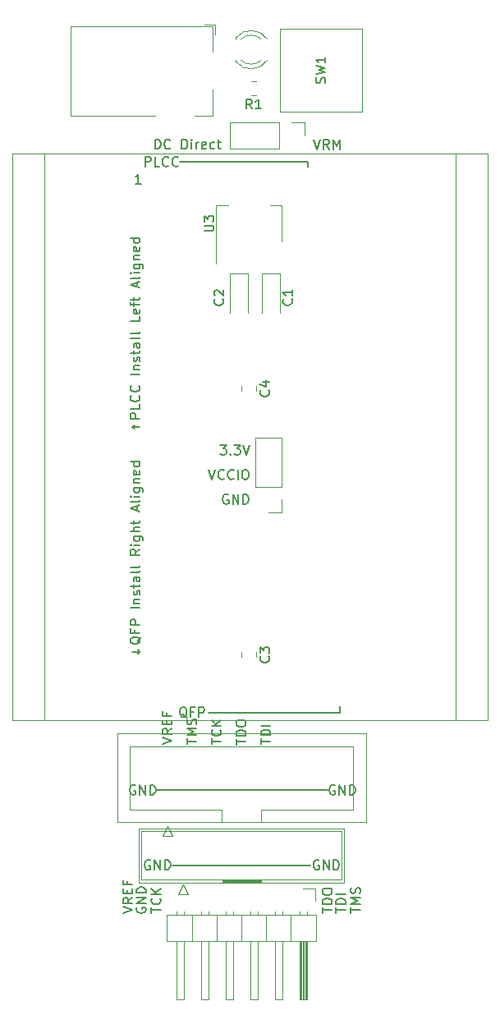
<source format=gbr>
%TF.GenerationSoftware,KiCad,Pcbnew,(6.0.8)*%
%TF.CreationDate,2023-01-14T12:08:14-06:00*%
%TF.ProjectId,xilinix-programming-adapter,78696c69-6e69-4782-9d70-726f6772616d,rev?*%
%TF.SameCoordinates,Original*%
%TF.FileFunction,Legend,Top*%
%TF.FilePolarity,Positive*%
%FSLAX46Y46*%
G04 Gerber Fmt 4.6, Leading zero omitted, Abs format (unit mm)*
G04 Created by KiCad (PCBNEW (6.0.8)) date 2023-01-14 12:08:14*
%MOMM*%
%LPD*%
G01*
G04 APERTURE LIST*
%ADD10C,0.150000*%
%ADD11C,0.200000*%
%ADD12C,0.120000*%
G04 APERTURE END LIST*
D10*
X128397000Y-134620000D02*
X146050000Y-134620000D01*
X133731000Y-126619000D02*
X147320000Y-126619000D01*
X147320000Y-126619000D02*
X147320000Y-125984000D01*
X144018000Y-69850000D02*
X144018000Y-70358000D01*
X130048000Y-142367000D02*
X144272000Y-142367000D01*
X130810000Y-69850000D02*
X144018000Y-69850000D01*
D11*
X127238333Y-70302380D02*
X127238333Y-69302380D01*
X127619285Y-69302380D01*
X127714523Y-69350000D01*
X127762142Y-69397619D01*
X127809761Y-69492857D01*
X127809761Y-69635714D01*
X127762142Y-69730952D01*
X127714523Y-69778571D01*
X127619285Y-69826190D01*
X127238333Y-69826190D01*
X128714523Y-70302380D02*
X128238333Y-70302380D01*
X128238333Y-69302380D01*
X129619285Y-70207142D02*
X129571666Y-70254761D01*
X129428809Y-70302380D01*
X129333571Y-70302380D01*
X129190714Y-70254761D01*
X129095476Y-70159523D01*
X129047857Y-70064285D01*
X129000238Y-69873809D01*
X129000238Y-69730952D01*
X129047857Y-69540476D01*
X129095476Y-69445238D01*
X129190714Y-69350000D01*
X129333571Y-69302380D01*
X129428809Y-69302380D01*
X129571666Y-69350000D01*
X129619285Y-69397619D01*
X130619285Y-70207142D02*
X130571666Y-70254761D01*
X130428809Y-70302380D01*
X130333571Y-70302380D01*
X130190714Y-70254761D01*
X130095476Y-70159523D01*
X130047857Y-70064285D01*
X130000238Y-69873809D01*
X130000238Y-69730952D01*
X130047857Y-69540476D01*
X130095476Y-69445238D01*
X130190714Y-69350000D01*
X130333571Y-69302380D01*
X130428809Y-69302380D01*
X130571666Y-69350000D01*
X130619285Y-69397619D01*
D10*
X136612380Y-129907261D02*
X136612380Y-129335833D01*
X137612380Y-129621547D02*
X136612380Y-129621547D01*
X137612380Y-129002500D02*
X136612380Y-129002500D01*
X136612380Y-128764404D01*
X136660000Y-128621547D01*
X136755238Y-128526309D01*
X136850476Y-128478690D01*
X137040952Y-128431071D01*
X137183809Y-128431071D01*
X137374285Y-128478690D01*
X137469523Y-128526309D01*
X137564761Y-128621547D01*
X137612380Y-128764404D01*
X137612380Y-129002500D01*
X136612380Y-127812023D02*
X136612380Y-127621547D01*
X136660000Y-127526309D01*
X136755238Y-127431071D01*
X136945714Y-127383452D01*
X137279047Y-127383452D01*
X137469523Y-127431071D01*
X137564761Y-127526309D01*
X137612380Y-127621547D01*
X137612380Y-127812023D01*
X137564761Y-127907261D01*
X137469523Y-128002500D01*
X137279047Y-128050119D01*
X136945714Y-128050119D01*
X136755238Y-128002500D01*
X136660000Y-127907261D01*
X136612380Y-127812023D01*
X145131404Y-141867000D02*
X145036166Y-141819380D01*
X144893309Y-141819380D01*
X144750452Y-141867000D01*
X144655214Y-141962238D01*
X144607595Y-142057476D01*
X144559976Y-142247952D01*
X144559976Y-142390809D01*
X144607595Y-142581285D01*
X144655214Y-142676523D01*
X144750452Y-142771761D01*
X144893309Y-142819380D01*
X144988547Y-142819380D01*
X145131404Y-142771761D01*
X145179023Y-142724142D01*
X145179023Y-142390809D01*
X144988547Y-142390809D01*
X145607595Y-142819380D02*
X145607595Y-141819380D01*
X146179023Y-142819380D01*
X146179023Y-141819380D01*
X146655214Y-142819380D02*
X146655214Y-141819380D01*
X146893309Y-141819380D01*
X147036166Y-141867000D01*
X147131404Y-141962238D01*
X147179023Y-142057476D01*
X147226642Y-142247952D01*
X147226642Y-142390809D01*
X147179023Y-142581285D01*
X147131404Y-142676523D01*
X147036166Y-142771761D01*
X146893309Y-142819380D01*
X146655214Y-142819380D01*
X134983261Y-99020380D02*
X135602309Y-99020380D01*
X135268976Y-99401333D01*
X135411833Y-99401333D01*
X135507071Y-99448952D01*
X135554690Y-99496571D01*
X135602309Y-99591809D01*
X135602309Y-99829904D01*
X135554690Y-99925142D01*
X135507071Y-99972761D01*
X135411833Y-100020380D01*
X135126119Y-100020380D01*
X135030880Y-99972761D01*
X134983261Y-99925142D01*
X136030880Y-99925142D02*
X136078500Y-99972761D01*
X136030880Y-100020380D01*
X135983261Y-99972761D01*
X136030880Y-99925142D01*
X136030880Y-100020380D01*
X136411833Y-99020380D02*
X137030880Y-99020380D01*
X136697547Y-99401333D01*
X136840404Y-99401333D01*
X136935642Y-99448952D01*
X136983261Y-99496571D01*
X137030880Y-99591809D01*
X137030880Y-99829904D01*
X136983261Y-99925142D01*
X136935642Y-99972761D01*
X136840404Y-100020380D01*
X136554690Y-100020380D01*
X136459452Y-99972761D01*
X136411833Y-99925142D01*
X137316595Y-99020380D02*
X137649928Y-100020380D01*
X137983261Y-99020380D01*
X124928380Y-147254261D02*
X125928380Y-146920928D01*
X124928380Y-146587595D01*
X125928380Y-145682833D02*
X125452190Y-146016166D01*
X125928380Y-146254261D02*
X124928380Y-146254261D01*
X124928380Y-145873309D01*
X124976000Y-145778071D01*
X125023619Y-145730452D01*
X125118857Y-145682833D01*
X125261714Y-145682833D01*
X125356952Y-145730452D01*
X125404571Y-145778071D01*
X125452190Y-145873309D01*
X125452190Y-146254261D01*
X125404571Y-145254261D02*
X125404571Y-144920928D01*
X125928380Y-144778071D02*
X125928380Y-145254261D01*
X124928380Y-145254261D01*
X124928380Y-144778071D01*
X125404571Y-144016166D02*
X125404571Y-144349500D01*
X125928380Y-144349500D02*
X124928380Y-144349500D01*
X124928380Y-143873309D01*
X139152380Y-129855261D02*
X139152380Y-129283833D01*
X140152380Y-129569547D02*
X139152380Y-129569547D01*
X140152380Y-128950500D02*
X139152380Y-128950500D01*
X139152380Y-128712404D01*
X139200000Y-128569547D01*
X139295238Y-128474309D01*
X139390476Y-128426690D01*
X139580952Y-128379071D01*
X139723809Y-128379071D01*
X139914285Y-128426690D01*
X140009523Y-128474309D01*
X140104761Y-128569547D01*
X140152380Y-128712404D01*
X140152380Y-128950500D01*
X140152380Y-127950500D02*
X139152380Y-127950500D01*
X135792785Y-104148000D02*
X135697547Y-104100380D01*
X135554690Y-104100380D01*
X135411833Y-104148000D01*
X135316595Y-104243238D01*
X135268976Y-104338476D01*
X135221357Y-104528952D01*
X135221357Y-104671809D01*
X135268976Y-104862285D01*
X135316595Y-104957523D01*
X135411833Y-105052761D01*
X135554690Y-105100380D01*
X135649928Y-105100380D01*
X135792785Y-105052761D01*
X135840404Y-105005142D01*
X135840404Y-104671809D01*
X135649928Y-104671809D01*
X136268976Y-105100380D02*
X136268976Y-104100380D01*
X136840404Y-105100380D01*
X136840404Y-104100380D01*
X137316595Y-105100380D02*
X137316595Y-104100380D01*
X137554690Y-104100380D01*
X137697547Y-104148000D01*
X137792785Y-104243238D01*
X137840404Y-104338476D01*
X137888023Y-104528952D01*
X137888023Y-104671809D01*
X137840404Y-104862285D01*
X137792785Y-104957523D01*
X137697547Y-105052761D01*
X137554690Y-105100380D01*
X137316595Y-105100380D01*
D11*
X126690380Y-97153809D02*
X125928476Y-97153809D01*
X126118952Y-97344285D02*
X125928476Y-97153809D01*
X126118952Y-96963333D01*
X126690380Y-96296666D02*
X125690380Y-96296666D01*
X125690380Y-95915714D01*
X125738000Y-95820476D01*
X125785619Y-95772857D01*
X125880857Y-95725238D01*
X126023714Y-95725238D01*
X126118952Y-95772857D01*
X126166571Y-95820476D01*
X126214190Y-95915714D01*
X126214190Y-96296666D01*
X126690380Y-94820476D02*
X126690380Y-95296666D01*
X125690380Y-95296666D01*
X126595142Y-93915714D02*
X126642761Y-93963333D01*
X126690380Y-94106190D01*
X126690380Y-94201428D01*
X126642761Y-94344285D01*
X126547523Y-94439523D01*
X126452285Y-94487142D01*
X126261809Y-94534761D01*
X126118952Y-94534761D01*
X125928476Y-94487142D01*
X125833238Y-94439523D01*
X125738000Y-94344285D01*
X125690380Y-94201428D01*
X125690380Y-94106190D01*
X125738000Y-93963333D01*
X125785619Y-93915714D01*
X126595142Y-92915714D02*
X126642761Y-92963333D01*
X126690380Y-93106190D01*
X126690380Y-93201428D01*
X126642761Y-93344285D01*
X126547523Y-93439523D01*
X126452285Y-93487142D01*
X126261809Y-93534761D01*
X126118952Y-93534761D01*
X125928476Y-93487142D01*
X125833238Y-93439523D01*
X125738000Y-93344285D01*
X125690380Y-93201428D01*
X125690380Y-93106190D01*
X125738000Y-92963333D01*
X125785619Y-92915714D01*
X126690380Y-91725238D02*
X125690380Y-91725238D01*
X126023714Y-91249047D02*
X126690380Y-91249047D01*
X126118952Y-91249047D02*
X126071333Y-91201428D01*
X126023714Y-91106190D01*
X126023714Y-90963333D01*
X126071333Y-90868095D01*
X126166571Y-90820476D01*
X126690380Y-90820476D01*
X126642761Y-90391904D02*
X126690380Y-90296666D01*
X126690380Y-90106190D01*
X126642761Y-90010952D01*
X126547523Y-89963333D01*
X126499904Y-89963333D01*
X126404666Y-90010952D01*
X126357047Y-90106190D01*
X126357047Y-90249047D01*
X126309428Y-90344285D01*
X126214190Y-90391904D01*
X126166571Y-90391904D01*
X126071333Y-90344285D01*
X126023714Y-90249047D01*
X126023714Y-90106190D01*
X126071333Y-90010952D01*
X126023714Y-89677619D02*
X126023714Y-89296666D01*
X125690380Y-89534761D02*
X126547523Y-89534761D01*
X126642761Y-89487142D01*
X126690380Y-89391904D01*
X126690380Y-89296666D01*
X126690380Y-88534761D02*
X126166571Y-88534761D01*
X126071333Y-88582380D01*
X126023714Y-88677619D01*
X126023714Y-88868095D01*
X126071333Y-88963333D01*
X126642761Y-88534761D02*
X126690380Y-88630000D01*
X126690380Y-88868095D01*
X126642761Y-88963333D01*
X126547523Y-89010952D01*
X126452285Y-89010952D01*
X126357047Y-88963333D01*
X126309428Y-88868095D01*
X126309428Y-88630000D01*
X126261809Y-88534761D01*
X126690380Y-87915714D02*
X126642761Y-88010952D01*
X126547523Y-88058571D01*
X125690380Y-88058571D01*
X126690380Y-87391904D02*
X126642761Y-87487142D01*
X126547523Y-87534761D01*
X125690380Y-87534761D01*
X126690380Y-85772857D02*
X126690380Y-86249047D01*
X125690380Y-86249047D01*
X126642761Y-85058571D02*
X126690380Y-85153809D01*
X126690380Y-85344285D01*
X126642761Y-85439523D01*
X126547523Y-85487142D01*
X126166571Y-85487142D01*
X126071333Y-85439523D01*
X126023714Y-85344285D01*
X126023714Y-85153809D01*
X126071333Y-85058571D01*
X126166571Y-85010952D01*
X126261809Y-85010952D01*
X126357047Y-85487142D01*
X126023714Y-84725238D02*
X126023714Y-84344285D01*
X126690380Y-84582380D02*
X125833238Y-84582380D01*
X125738000Y-84534761D01*
X125690380Y-84439523D01*
X125690380Y-84344285D01*
X126023714Y-84153809D02*
X126023714Y-83772857D01*
X125690380Y-84010952D02*
X126547523Y-84010952D01*
X126642761Y-83963333D01*
X126690380Y-83868095D01*
X126690380Y-83772857D01*
X126404666Y-82725238D02*
X126404666Y-82249047D01*
X126690380Y-82820476D02*
X125690380Y-82487142D01*
X126690380Y-82153809D01*
X126690380Y-81677619D02*
X126642761Y-81772857D01*
X126547523Y-81820476D01*
X125690380Y-81820476D01*
X126690380Y-81296666D02*
X126023714Y-81296666D01*
X125690380Y-81296666D02*
X125738000Y-81344285D01*
X125785619Y-81296666D01*
X125738000Y-81249047D01*
X125690380Y-81296666D01*
X125785619Y-81296666D01*
X126023714Y-80391904D02*
X126833238Y-80391904D01*
X126928476Y-80439523D01*
X126976095Y-80487142D01*
X127023714Y-80582380D01*
X127023714Y-80725238D01*
X126976095Y-80820476D01*
X126642761Y-80391904D02*
X126690380Y-80487142D01*
X126690380Y-80677619D01*
X126642761Y-80772857D01*
X126595142Y-80820476D01*
X126499904Y-80868095D01*
X126214190Y-80868095D01*
X126118952Y-80820476D01*
X126071333Y-80772857D01*
X126023714Y-80677619D01*
X126023714Y-80487142D01*
X126071333Y-80391904D01*
X126023714Y-79915714D02*
X126690380Y-79915714D01*
X126118952Y-79915714D02*
X126071333Y-79868095D01*
X126023714Y-79772857D01*
X126023714Y-79630000D01*
X126071333Y-79534761D01*
X126166571Y-79487142D01*
X126690380Y-79487142D01*
X126642761Y-78630000D02*
X126690380Y-78725238D01*
X126690380Y-78915714D01*
X126642761Y-79010952D01*
X126547523Y-79058571D01*
X126166571Y-79058571D01*
X126071333Y-79010952D01*
X126023714Y-78915714D01*
X126023714Y-78725238D01*
X126071333Y-78630000D01*
X126166571Y-78582380D01*
X126261809Y-78582380D01*
X126357047Y-79058571D01*
X126690380Y-77725238D02*
X125690380Y-77725238D01*
X126642761Y-77725238D02*
X126690380Y-77820476D01*
X126690380Y-78010952D01*
X126642761Y-78106190D01*
X126595142Y-78153809D01*
X126499904Y-78201428D01*
X126214190Y-78201428D01*
X126118952Y-78153809D01*
X126071333Y-78106190D01*
X126023714Y-78010952D01*
X126023714Y-77820476D01*
X126071333Y-77725238D01*
D10*
X126373000Y-146714595D02*
X126325380Y-146809833D01*
X126325380Y-146952690D01*
X126373000Y-147095547D01*
X126468238Y-147190785D01*
X126563476Y-147238404D01*
X126753952Y-147286023D01*
X126896809Y-147286023D01*
X127087285Y-147238404D01*
X127182523Y-147190785D01*
X127277761Y-147095547D01*
X127325380Y-146952690D01*
X127325380Y-146857452D01*
X127277761Y-146714595D01*
X127230142Y-146666976D01*
X126896809Y-146666976D01*
X126896809Y-146857452D01*
X127325380Y-146238404D02*
X126325380Y-146238404D01*
X127325380Y-145666976D01*
X126325380Y-145666976D01*
X127325380Y-145190785D02*
X126325380Y-145190785D01*
X126325380Y-144952690D01*
X126373000Y-144809833D01*
X126468238Y-144714595D01*
X126563476Y-144666976D01*
X126753952Y-144619357D01*
X126896809Y-144619357D01*
X127087285Y-144666976D01*
X127182523Y-144714595D01*
X127277761Y-144809833D01*
X127325380Y-144952690D01*
X127325380Y-145190785D01*
D11*
X144619838Y-67524380D02*
X144953171Y-68524380D01*
X145286504Y-67524380D01*
X146191266Y-68524380D02*
X145857933Y-68048190D01*
X145619838Y-68524380D02*
X145619838Y-67524380D01*
X146000790Y-67524380D01*
X146096028Y-67572000D01*
X146143647Y-67619619D01*
X146191266Y-67714857D01*
X146191266Y-67857714D01*
X146143647Y-67952952D01*
X146096028Y-68000571D01*
X146000790Y-68048190D01*
X145619838Y-68048190D01*
X146619838Y-68524380D02*
X146619838Y-67524380D01*
X146953171Y-68238666D01*
X147286504Y-67524380D01*
X147286504Y-68524380D01*
X126777714Y-72080380D02*
X126206285Y-72080380D01*
X126492000Y-72080380D02*
X126492000Y-71080380D01*
X126396761Y-71223238D01*
X126301523Y-71318476D01*
X126206285Y-71366095D01*
X131532380Y-127166619D02*
X131437142Y-127119000D01*
X131341904Y-127023761D01*
X131199047Y-126880904D01*
X131103809Y-126833285D01*
X131008571Y-126833285D01*
X131056190Y-127071380D02*
X130960952Y-127023761D01*
X130865714Y-126928523D01*
X130818095Y-126738047D01*
X130818095Y-126404714D01*
X130865714Y-126214238D01*
X130960952Y-126119000D01*
X131056190Y-126071380D01*
X131246666Y-126071380D01*
X131341904Y-126119000D01*
X131437142Y-126214238D01*
X131484761Y-126404714D01*
X131484761Y-126738047D01*
X131437142Y-126928523D01*
X131341904Y-127023761D01*
X131246666Y-127071380D01*
X131056190Y-127071380D01*
X132246666Y-126547571D02*
X131913333Y-126547571D01*
X131913333Y-127071380D02*
X131913333Y-126071380D01*
X132389523Y-126071380D01*
X132770476Y-127071380D02*
X132770476Y-126071380D01*
X133151428Y-126071380D01*
X133246666Y-126119000D01*
X133294285Y-126166619D01*
X133341904Y-126261857D01*
X133341904Y-126404714D01*
X133294285Y-126499952D01*
X133246666Y-126547571D01*
X133151428Y-126595190D01*
X132770476Y-126595190D01*
X128238666Y-68498980D02*
X128238666Y-67498980D01*
X128476761Y-67498980D01*
X128619619Y-67546600D01*
X128714857Y-67641838D01*
X128762476Y-67737076D01*
X128810095Y-67927552D01*
X128810095Y-68070409D01*
X128762476Y-68260885D01*
X128714857Y-68356123D01*
X128619619Y-68451361D01*
X128476761Y-68498980D01*
X128238666Y-68498980D01*
X129810095Y-68403742D02*
X129762476Y-68451361D01*
X129619619Y-68498980D01*
X129524380Y-68498980D01*
X129381523Y-68451361D01*
X129286285Y-68356123D01*
X129238666Y-68260885D01*
X129191047Y-68070409D01*
X129191047Y-67927552D01*
X129238666Y-67737076D01*
X129286285Y-67641838D01*
X129381523Y-67546600D01*
X129524380Y-67498980D01*
X129619619Y-67498980D01*
X129762476Y-67546600D01*
X129810095Y-67594219D01*
X131000571Y-68498980D02*
X131000571Y-67498980D01*
X131238666Y-67498980D01*
X131381523Y-67546600D01*
X131476761Y-67641838D01*
X131524380Y-67737076D01*
X131572000Y-67927552D01*
X131572000Y-68070409D01*
X131524380Y-68260885D01*
X131476761Y-68356123D01*
X131381523Y-68451361D01*
X131238666Y-68498980D01*
X131000571Y-68498980D01*
X132000571Y-68498980D02*
X132000571Y-67832314D01*
X132000571Y-67498980D02*
X131952952Y-67546600D01*
X132000571Y-67594219D01*
X132048190Y-67546600D01*
X132000571Y-67498980D01*
X132000571Y-67594219D01*
X132476761Y-68498980D02*
X132476761Y-67832314D01*
X132476761Y-68022790D02*
X132524380Y-67927552D01*
X132572000Y-67879933D01*
X132667238Y-67832314D01*
X132762476Y-67832314D01*
X133476761Y-68451361D02*
X133381523Y-68498980D01*
X133191047Y-68498980D01*
X133095809Y-68451361D01*
X133048190Y-68356123D01*
X133048190Y-67975171D01*
X133095809Y-67879933D01*
X133191047Y-67832314D01*
X133381523Y-67832314D01*
X133476761Y-67879933D01*
X133524380Y-67975171D01*
X133524380Y-68070409D01*
X133048190Y-68165647D01*
X134381523Y-68451361D02*
X134286285Y-68498980D01*
X134095809Y-68498980D01*
X134000571Y-68451361D01*
X133952952Y-68403742D01*
X133905333Y-68308504D01*
X133905333Y-68022790D01*
X133952952Y-67927552D01*
X134000571Y-67879933D01*
X134095809Y-67832314D01*
X134286285Y-67832314D01*
X134381523Y-67879933D01*
X134667238Y-67832314D02*
X135048190Y-67832314D01*
X134810095Y-67498980D02*
X134810095Y-68356123D01*
X134857714Y-68451361D01*
X134952952Y-68498980D01*
X135048190Y-68498980D01*
D10*
X145502380Y-147254261D02*
X145502380Y-146682833D01*
X146502380Y-146968547D02*
X145502380Y-146968547D01*
X146502380Y-146349500D02*
X145502380Y-146349500D01*
X145502380Y-146111404D01*
X145550000Y-145968547D01*
X145645238Y-145873309D01*
X145740476Y-145825690D01*
X145930952Y-145778071D01*
X146073809Y-145778071D01*
X146264285Y-145825690D01*
X146359523Y-145873309D01*
X146454761Y-145968547D01*
X146502380Y-146111404D01*
X146502380Y-146349500D01*
X145502380Y-145159023D02*
X145502380Y-144968547D01*
X145550000Y-144873309D01*
X145645238Y-144778071D01*
X145835714Y-144730452D01*
X146169047Y-144730452D01*
X146359523Y-144778071D01*
X146454761Y-144873309D01*
X146502380Y-144968547D01*
X146502380Y-145159023D01*
X146454761Y-145254261D01*
X146359523Y-145349500D01*
X146169047Y-145397119D01*
X145835714Y-145397119D01*
X145645238Y-145349500D01*
X145550000Y-145254261D01*
X145502380Y-145159023D01*
X146899380Y-147254261D02*
X146899380Y-146682833D01*
X147899380Y-146968547D02*
X146899380Y-146968547D01*
X147899380Y-146349500D02*
X146899380Y-146349500D01*
X146899380Y-146111404D01*
X146947000Y-145968547D01*
X147042238Y-145873309D01*
X147137476Y-145825690D01*
X147327952Y-145778071D01*
X147470809Y-145778071D01*
X147661285Y-145825690D01*
X147756523Y-145873309D01*
X147851761Y-145968547D01*
X147899380Y-146111404D01*
X147899380Y-146349500D01*
X147899380Y-145349500D02*
X146899380Y-145349500D01*
X127849380Y-147254261D02*
X127849380Y-146682833D01*
X128849380Y-146968547D02*
X127849380Y-146968547D01*
X128754142Y-145778071D02*
X128801761Y-145825690D01*
X128849380Y-145968547D01*
X128849380Y-146063785D01*
X128801761Y-146206642D01*
X128706523Y-146301880D01*
X128611285Y-146349500D01*
X128420809Y-146397119D01*
X128277952Y-146397119D01*
X128087476Y-146349500D01*
X127992238Y-146301880D01*
X127897000Y-146206642D01*
X127849380Y-146063785D01*
X127849380Y-145968547D01*
X127897000Y-145825690D01*
X127944619Y-145778071D01*
X128849380Y-145349500D02*
X127849380Y-145349500D01*
X128849380Y-144778071D02*
X128277952Y-145206642D01*
X127849380Y-144778071D02*
X128420809Y-145349500D01*
X146782404Y-134120000D02*
X146687166Y-134072380D01*
X146544309Y-134072380D01*
X146401452Y-134120000D01*
X146306214Y-134215238D01*
X146258595Y-134310476D01*
X146210976Y-134500952D01*
X146210976Y-134643809D01*
X146258595Y-134834285D01*
X146306214Y-134929523D01*
X146401452Y-135024761D01*
X146544309Y-135072380D01*
X146639547Y-135072380D01*
X146782404Y-135024761D01*
X146830023Y-134977142D01*
X146830023Y-134643809D01*
X146639547Y-134643809D01*
X147258595Y-135072380D02*
X147258595Y-134072380D01*
X147830023Y-135072380D01*
X147830023Y-134072380D01*
X148306214Y-135072380D02*
X148306214Y-134072380D01*
X148544309Y-134072380D01*
X148687166Y-134120000D01*
X148782404Y-134215238D01*
X148830023Y-134310476D01*
X148877642Y-134500952D01*
X148877642Y-134643809D01*
X148830023Y-134834285D01*
X148782404Y-134929523D01*
X148687166Y-135024761D01*
X148544309Y-135072380D01*
X148306214Y-135072380D01*
X131532380Y-129855261D02*
X131532380Y-129283833D01*
X132532380Y-129569547D02*
X131532380Y-129569547D01*
X132532380Y-128950500D02*
X131532380Y-128950500D01*
X132246666Y-128617166D01*
X131532380Y-128283833D01*
X132532380Y-128283833D01*
X132484761Y-127855261D02*
X132532380Y-127712404D01*
X132532380Y-127474309D01*
X132484761Y-127379071D01*
X132437142Y-127331452D01*
X132341904Y-127283833D01*
X132246666Y-127283833D01*
X132151428Y-127331452D01*
X132103809Y-127379071D01*
X132056190Y-127474309D01*
X132008571Y-127664785D01*
X131960952Y-127760023D01*
X131913333Y-127807642D01*
X131818095Y-127855261D01*
X131722857Y-127855261D01*
X131627619Y-127807642D01*
X131580000Y-127760023D01*
X131532380Y-127664785D01*
X131532380Y-127426690D01*
X131580000Y-127283833D01*
X126208404Y-134120000D02*
X126113166Y-134072380D01*
X125970309Y-134072380D01*
X125827452Y-134120000D01*
X125732214Y-134215238D01*
X125684595Y-134310476D01*
X125636976Y-134500952D01*
X125636976Y-134643809D01*
X125684595Y-134834285D01*
X125732214Y-134929523D01*
X125827452Y-135024761D01*
X125970309Y-135072380D01*
X126065547Y-135072380D01*
X126208404Y-135024761D01*
X126256023Y-134977142D01*
X126256023Y-134643809D01*
X126065547Y-134643809D01*
X126684595Y-135072380D02*
X126684595Y-134072380D01*
X127256023Y-135072380D01*
X127256023Y-134072380D01*
X127732214Y-135072380D02*
X127732214Y-134072380D01*
X127970309Y-134072380D01*
X128113166Y-134120000D01*
X128208404Y-134215238D01*
X128256023Y-134310476D01*
X128303642Y-134500952D01*
X128303642Y-134643809D01*
X128256023Y-134834285D01*
X128208404Y-134929523D01*
X128113166Y-135024761D01*
X127970309Y-135072380D01*
X127732214Y-135072380D01*
D11*
X125928476Y-120339238D02*
X126690380Y-120339238D01*
X126499904Y-120148761D02*
X126690380Y-120339238D01*
X126499904Y-120529714D01*
X126785619Y-118815428D02*
X126738000Y-118910666D01*
X126642761Y-119005904D01*
X126499904Y-119148761D01*
X126452285Y-119244000D01*
X126452285Y-119339238D01*
X126690380Y-119291619D02*
X126642761Y-119386857D01*
X126547523Y-119482095D01*
X126357047Y-119529714D01*
X126023714Y-119529714D01*
X125833238Y-119482095D01*
X125738000Y-119386857D01*
X125690380Y-119291619D01*
X125690380Y-119101142D01*
X125738000Y-119005904D01*
X125833238Y-118910666D01*
X126023714Y-118863047D01*
X126357047Y-118863047D01*
X126547523Y-118910666D01*
X126642761Y-119005904D01*
X126690380Y-119101142D01*
X126690380Y-119291619D01*
X126166571Y-118101142D02*
X126166571Y-118434476D01*
X126690380Y-118434476D02*
X125690380Y-118434476D01*
X125690380Y-117958285D01*
X126690380Y-117577333D02*
X125690380Y-117577333D01*
X125690380Y-117196380D01*
X125738000Y-117101142D01*
X125785619Y-117053523D01*
X125880857Y-117005904D01*
X126023714Y-117005904D01*
X126118952Y-117053523D01*
X126166571Y-117101142D01*
X126214190Y-117196380D01*
X126214190Y-117577333D01*
X126690380Y-115815428D02*
X125690380Y-115815428D01*
X126023714Y-115339238D02*
X126690380Y-115339238D01*
X126118952Y-115339238D02*
X126071333Y-115291619D01*
X126023714Y-115196380D01*
X126023714Y-115053523D01*
X126071333Y-114958285D01*
X126166571Y-114910666D01*
X126690380Y-114910666D01*
X126642761Y-114482095D02*
X126690380Y-114386857D01*
X126690380Y-114196380D01*
X126642761Y-114101142D01*
X126547523Y-114053523D01*
X126499904Y-114053523D01*
X126404666Y-114101142D01*
X126357047Y-114196380D01*
X126357047Y-114339238D01*
X126309428Y-114434476D01*
X126214190Y-114482095D01*
X126166571Y-114482095D01*
X126071333Y-114434476D01*
X126023714Y-114339238D01*
X126023714Y-114196380D01*
X126071333Y-114101142D01*
X126023714Y-113767809D02*
X126023714Y-113386857D01*
X125690380Y-113624952D02*
X126547523Y-113624952D01*
X126642761Y-113577333D01*
X126690380Y-113482095D01*
X126690380Y-113386857D01*
X126690380Y-112624952D02*
X126166571Y-112624952D01*
X126071333Y-112672571D01*
X126023714Y-112767809D01*
X126023714Y-112958285D01*
X126071333Y-113053523D01*
X126642761Y-112624952D02*
X126690380Y-112720190D01*
X126690380Y-112958285D01*
X126642761Y-113053523D01*
X126547523Y-113101142D01*
X126452285Y-113101142D01*
X126357047Y-113053523D01*
X126309428Y-112958285D01*
X126309428Y-112720190D01*
X126261809Y-112624952D01*
X126690380Y-112005904D02*
X126642761Y-112101142D01*
X126547523Y-112148761D01*
X125690380Y-112148761D01*
X126690380Y-111482095D02*
X126642761Y-111577333D01*
X126547523Y-111624952D01*
X125690380Y-111624952D01*
X126690380Y-109767809D02*
X126214190Y-110101142D01*
X126690380Y-110339238D02*
X125690380Y-110339238D01*
X125690380Y-109958285D01*
X125738000Y-109863047D01*
X125785619Y-109815428D01*
X125880857Y-109767809D01*
X126023714Y-109767809D01*
X126118952Y-109815428D01*
X126166571Y-109863047D01*
X126214190Y-109958285D01*
X126214190Y-110339238D01*
X126690380Y-109339238D02*
X126023714Y-109339238D01*
X125690380Y-109339238D02*
X125738000Y-109386857D01*
X125785619Y-109339238D01*
X125738000Y-109291619D01*
X125690380Y-109339238D01*
X125785619Y-109339238D01*
X126023714Y-108434476D02*
X126833238Y-108434476D01*
X126928476Y-108482095D01*
X126976095Y-108529714D01*
X127023714Y-108624952D01*
X127023714Y-108767809D01*
X126976095Y-108863047D01*
X126642761Y-108434476D02*
X126690380Y-108529714D01*
X126690380Y-108720190D01*
X126642761Y-108815428D01*
X126595142Y-108863047D01*
X126499904Y-108910666D01*
X126214190Y-108910666D01*
X126118952Y-108863047D01*
X126071333Y-108815428D01*
X126023714Y-108720190D01*
X126023714Y-108529714D01*
X126071333Y-108434476D01*
X126690380Y-107958285D02*
X125690380Y-107958285D01*
X126690380Y-107529714D02*
X126166571Y-107529714D01*
X126071333Y-107577333D01*
X126023714Y-107672571D01*
X126023714Y-107815428D01*
X126071333Y-107910666D01*
X126118952Y-107958285D01*
X126023714Y-107196380D02*
X126023714Y-106815428D01*
X125690380Y-107053523D02*
X126547523Y-107053523D01*
X126642761Y-107005904D01*
X126690380Y-106910666D01*
X126690380Y-106815428D01*
X126404666Y-105767809D02*
X126404666Y-105291619D01*
X126690380Y-105863047D02*
X125690380Y-105529714D01*
X126690380Y-105196380D01*
X126690380Y-104720190D02*
X126642761Y-104815428D01*
X126547523Y-104863047D01*
X125690380Y-104863047D01*
X126690380Y-104339238D02*
X126023714Y-104339238D01*
X125690380Y-104339238D02*
X125738000Y-104386857D01*
X125785619Y-104339238D01*
X125738000Y-104291619D01*
X125690380Y-104339238D01*
X125785619Y-104339238D01*
X126023714Y-103434476D02*
X126833238Y-103434476D01*
X126928476Y-103482095D01*
X126976095Y-103529714D01*
X127023714Y-103624952D01*
X127023714Y-103767809D01*
X126976095Y-103863047D01*
X126642761Y-103434476D02*
X126690380Y-103529714D01*
X126690380Y-103720190D01*
X126642761Y-103815428D01*
X126595142Y-103863047D01*
X126499904Y-103910666D01*
X126214190Y-103910666D01*
X126118952Y-103863047D01*
X126071333Y-103815428D01*
X126023714Y-103720190D01*
X126023714Y-103529714D01*
X126071333Y-103434476D01*
X126023714Y-102958285D02*
X126690380Y-102958285D01*
X126118952Y-102958285D02*
X126071333Y-102910666D01*
X126023714Y-102815428D01*
X126023714Y-102672571D01*
X126071333Y-102577333D01*
X126166571Y-102529714D01*
X126690380Y-102529714D01*
X126642761Y-101672571D02*
X126690380Y-101767809D01*
X126690380Y-101958285D01*
X126642761Y-102053523D01*
X126547523Y-102101142D01*
X126166571Y-102101142D01*
X126071333Y-102053523D01*
X126023714Y-101958285D01*
X126023714Y-101767809D01*
X126071333Y-101672571D01*
X126166571Y-101624952D01*
X126261809Y-101624952D01*
X126357047Y-102101142D01*
X126690380Y-100767809D02*
X125690380Y-100767809D01*
X126642761Y-100767809D02*
X126690380Y-100863047D01*
X126690380Y-101053523D01*
X126642761Y-101148761D01*
X126595142Y-101196380D01*
X126499904Y-101244000D01*
X126214190Y-101244000D01*
X126118952Y-101196380D01*
X126071333Y-101148761D01*
X126023714Y-101053523D01*
X126023714Y-100863047D01*
X126071333Y-100767809D01*
D10*
X148423380Y-147254261D02*
X148423380Y-146682833D01*
X149423380Y-146968547D02*
X148423380Y-146968547D01*
X149423380Y-146349500D02*
X148423380Y-146349500D01*
X149137666Y-146016166D01*
X148423380Y-145682833D01*
X149423380Y-145682833D01*
X149375761Y-145254261D02*
X149423380Y-145111404D01*
X149423380Y-144873309D01*
X149375761Y-144778071D01*
X149328142Y-144730452D01*
X149232904Y-144682833D01*
X149137666Y-144682833D01*
X149042428Y-144730452D01*
X148994809Y-144778071D01*
X148947190Y-144873309D01*
X148899571Y-145063785D01*
X148851952Y-145159023D01*
X148804333Y-145206642D01*
X148709095Y-145254261D01*
X148613857Y-145254261D01*
X148518619Y-145206642D01*
X148471000Y-145159023D01*
X148423380Y-145063785D01*
X148423380Y-144825690D01*
X148471000Y-144682833D01*
X134072380Y-129855261D02*
X134072380Y-129283833D01*
X135072380Y-129569547D02*
X134072380Y-129569547D01*
X134977142Y-128379071D02*
X135024761Y-128426690D01*
X135072380Y-128569547D01*
X135072380Y-128664785D01*
X135024761Y-128807642D01*
X134929523Y-128902880D01*
X134834285Y-128950500D01*
X134643809Y-128998119D01*
X134500952Y-128998119D01*
X134310476Y-128950500D01*
X134215238Y-128902880D01*
X134120000Y-128807642D01*
X134072380Y-128664785D01*
X134072380Y-128569547D01*
X134120000Y-128426690D01*
X134167619Y-128379071D01*
X135072380Y-127950500D02*
X134072380Y-127950500D01*
X135072380Y-127379071D02*
X134500952Y-127807642D01*
X134072380Y-127379071D02*
X134643809Y-127950500D01*
X128992380Y-129855261D02*
X129992380Y-129521928D01*
X128992380Y-129188595D01*
X129992380Y-128283833D02*
X129516190Y-128617166D01*
X129992380Y-128855261D02*
X128992380Y-128855261D01*
X128992380Y-128474309D01*
X129040000Y-128379071D01*
X129087619Y-128331452D01*
X129182857Y-128283833D01*
X129325714Y-128283833D01*
X129420952Y-128331452D01*
X129468571Y-128379071D01*
X129516190Y-128474309D01*
X129516190Y-128855261D01*
X129468571Y-127855261D02*
X129468571Y-127521928D01*
X129992380Y-127379071D02*
X129992380Y-127855261D01*
X128992380Y-127855261D01*
X128992380Y-127379071D01*
X129468571Y-126617166D02*
X129468571Y-126950500D01*
X129992380Y-126950500D02*
X128992380Y-126950500D01*
X128992380Y-126474309D01*
X127732404Y-141867000D02*
X127637166Y-141819380D01*
X127494309Y-141819380D01*
X127351452Y-141867000D01*
X127256214Y-141962238D01*
X127208595Y-142057476D01*
X127160976Y-142247952D01*
X127160976Y-142390809D01*
X127208595Y-142581285D01*
X127256214Y-142676523D01*
X127351452Y-142771761D01*
X127494309Y-142819380D01*
X127589547Y-142819380D01*
X127732404Y-142771761D01*
X127780023Y-142724142D01*
X127780023Y-142390809D01*
X127589547Y-142390809D01*
X128208595Y-142819380D02*
X128208595Y-141819380D01*
X128780023Y-142819380D01*
X128780023Y-141819380D01*
X129256214Y-142819380D02*
X129256214Y-141819380D01*
X129494309Y-141819380D01*
X129637166Y-141867000D01*
X129732404Y-141962238D01*
X129780023Y-142057476D01*
X129827642Y-142247952D01*
X129827642Y-142390809D01*
X129780023Y-142581285D01*
X129732404Y-142676523D01*
X129637166Y-142771761D01*
X129494309Y-142819380D01*
X129256214Y-142819380D01*
%TO.C,C1*%
X142315142Y-83986666D02*
X142362761Y-84034285D01*
X142410380Y-84177142D01*
X142410380Y-84272380D01*
X142362761Y-84415238D01*
X142267523Y-84510476D01*
X142172285Y-84558095D01*
X141981809Y-84605714D01*
X141838952Y-84605714D01*
X141648476Y-84558095D01*
X141553238Y-84510476D01*
X141458000Y-84415238D01*
X141410380Y-84272380D01*
X141410380Y-84177142D01*
X141458000Y-84034285D01*
X141505619Y-83986666D01*
X142410380Y-83034285D02*
X142410380Y-83605714D01*
X142410380Y-83320000D02*
X141410380Y-83320000D01*
X141553238Y-83415238D01*
X141648476Y-83510476D01*
X141696095Y-83605714D01*
%TO.C,C3*%
X139959142Y-120816666D02*
X140006761Y-120864285D01*
X140054380Y-121007142D01*
X140054380Y-121102380D01*
X140006761Y-121245238D01*
X139911523Y-121340476D01*
X139816285Y-121388095D01*
X139625809Y-121435714D01*
X139482952Y-121435714D01*
X139292476Y-121388095D01*
X139197238Y-121340476D01*
X139102000Y-121245238D01*
X139054380Y-121102380D01*
X139054380Y-121007142D01*
X139102000Y-120864285D01*
X139149619Y-120816666D01*
X139054380Y-120483333D02*
X139054380Y-119864285D01*
X139435333Y-120197619D01*
X139435333Y-120054761D01*
X139482952Y-119959523D01*
X139530571Y-119911904D01*
X139625809Y-119864285D01*
X139863904Y-119864285D01*
X139959142Y-119911904D01*
X140006761Y-119959523D01*
X140054380Y-120054761D01*
X140054380Y-120340476D01*
X140006761Y-120435714D01*
X139959142Y-120483333D01*
%TO.C,R1*%
X138237933Y-64358780D02*
X137904600Y-63882590D01*
X137666504Y-64358780D02*
X137666504Y-63358780D01*
X138047457Y-63358780D01*
X138142695Y-63406400D01*
X138190314Y-63454019D01*
X138237933Y-63549257D01*
X138237933Y-63692114D01*
X138190314Y-63787352D01*
X138142695Y-63834971D01*
X138047457Y-63882590D01*
X137666504Y-63882590D01*
X139190314Y-64358780D02*
X138618885Y-64358780D01*
X138904600Y-64358780D02*
X138904600Y-63358780D01*
X138809361Y-63501638D01*
X138714123Y-63596876D01*
X138618885Y-63644495D01*
%TO.C,VCCIO*%
X133792785Y-101560380D02*
X134126119Y-102560380D01*
X134459452Y-101560380D01*
X135364214Y-102465142D02*
X135316595Y-102512761D01*
X135173738Y-102560380D01*
X135078500Y-102560380D01*
X134935642Y-102512761D01*
X134840404Y-102417523D01*
X134792785Y-102322285D01*
X134745166Y-102131809D01*
X134745166Y-101988952D01*
X134792785Y-101798476D01*
X134840404Y-101703238D01*
X134935642Y-101608000D01*
X135078500Y-101560380D01*
X135173738Y-101560380D01*
X135316595Y-101608000D01*
X135364214Y-101655619D01*
X136364214Y-102465142D02*
X136316595Y-102512761D01*
X136173738Y-102560380D01*
X136078500Y-102560380D01*
X135935642Y-102512761D01*
X135840404Y-102417523D01*
X135792785Y-102322285D01*
X135745166Y-102131809D01*
X135745166Y-101988952D01*
X135792785Y-101798476D01*
X135840404Y-101703238D01*
X135935642Y-101608000D01*
X136078500Y-101560380D01*
X136173738Y-101560380D01*
X136316595Y-101608000D01*
X136364214Y-101655619D01*
X136792785Y-102560380D02*
X136792785Y-101560380D01*
X137459452Y-101560380D02*
X137649928Y-101560380D01*
X137745166Y-101608000D01*
X137840404Y-101703238D01*
X137888023Y-101893714D01*
X137888023Y-102227047D01*
X137840404Y-102417523D01*
X137745166Y-102512761D01*
X137649928Y-102560380D01*
X137459452Y-102560380D01*
X137364214Y-102512761D01*
X137268976Y-102417523D01*
X137221357Y-102227047D01*
X137221357Y-101893714D01*
X137268976Y-101703238D01*
X137364214Y-101608000D01*
X137459452Y-101560380D01*
%TO.C,SW1*%
X145768961Y-61709133D02*
X145816580Y-61566276D01*
X145816580Y-61328180D01*
X145768961Y-61232942D01*
X145721342Y-61185323D01*
X145626104Y-61137704D01*
X145530866Y-61137704D01*
X145435628Y-61185323D01*
X145388009Y-61232942D01*
X145340390Y-61328180D01*
X145292771Y-61518657D01*
X145245152Y-61613895D01*
X145197533Y-61661514D01*
X145102295Y-61709133D01*
X145007057Y-61709133D01*
X144911819Y-61661514D01*
X144864200Y-61613895D01*
X144816580Y-61518657D01*
X144816580Y-61280561D01*
X144864200Y-61137704D01*
X144816580Y-60804371D02*
X145816580Y-60566276D01*
X145102295Y-60375800D01*
X145816580Y-60185323D01*
X144816580Y-59947228D01*
X145816580Y-59042466D02*
X145816580Y-59613895D01*
X145816580Y-59328180D02*
X144816580Y-59328180D01*
X144959438Y-59423419D01*
X145054676Y-59518657D01*
X145102295Y-59613895D01*
%TO.C,C2*%
X135231142Y-83986666D02*
X135278761Y-84034285D01*
X135326380Y-84177142D01*
X135326380Y-84272380D01*
X135278761Y-84415238D01*
X135183523Y-84510476D01*
X135088285Y-84558095D01*
X134897809Y-84605714D01*
X134754952Y-84605714D01*
X134564476Y-84558095D01*
X134469238Y-84510476D01*
X134374000Y-84415238D01*
X134326380Y-84272380D01*
X134326380Y-84177142D01*
X134374000Y-84034285D01*
X134421619Y-83986666D01*
X134421619Y-83605714D02*
X134374000Y-83558095D01*
X134326380Y-83462857D01*
X134326380Y-83224761D01*
X134374000Y-83129523D01*
X134421619Y-83081904D01*
X134516857Y-83034285D01*
X134612095Y-83034285D01*
X134754952Y-83081904D01*
X135326380Y-83653333D01*
X135326380Y-83034285D01*
%TO.C,U3*%
X133310380Y-76961904D02*
X134119904Y-76961904D01*
X134215142Y-76914285D01*
X134262761Y-76866666D01*
X134310380Y-76771428D01*
X134310380Y-76580952D01*
X134262761Y-76485714D01*
X134215142Y-76438095D01*
X134119904Y-76390476D01*
X133310380Y-76390476D01*
X133310380Y-76009523D02*
X133310380Y-75390476D01*
X133691333Y-75723809D01*
X133691333Y-75580952D01*
X133738952Y-75485714D01*
X133786571Y-75438095D01*
X133881809Y-75390476D01*
X134119904Y-75390476D01*
X134215142Y-75438095D01*
X134262761Y-75485714D01*
X134310380Y-75580952D01*
X134310380Y-75866666D01*
X134262761Y-75961904D01*
X134215142Y-76009523D01*
%TO.C,C4*%
X139959142Y-93384666D02*
X140006761Y-93432285D01*
X140054380Y-93575142D01*
X140054380Y-93670380D01*
X140006761Y-93813238D01*
X139911523Y-93908476D01*
X139816285Y-93956095D01*
X139625809Y-94003714D01*
X139482952Y-94003714D01*
X139292476Y-93956095D01*
X139197238Y-93908476D01*
X139102000Y-93813238D01*
X139054380Y-93670380D01*
X139054380Y-93575142D01*
X139102000Y-93432285D01*
X139149619Y-93384666D01*
X139387714Y-92527523D02*
X140054380Y-92527523D01*
X139006761Y-92765619D02*
X139721047Y-93003714D01*
X139721047Y-92384666D01*
D12*
%TO.C,C1*%
X139273000Y-81335000D02*
X139273000Y-85420000D01*
X141143000Y-81335000D02*
X139273000Y-81335000D01*
X141143000Y-85420000D02*
X141143000Y-81335000D01*
%TO.C,C3*%
X138657000Y-120388748D02*
X138657000Y-120911252D01*
X137187000Y-120388748D02*
X137187000Y-120911252D01*
%TO.C,J1*%
X134399200Y-56727400D02*
X134399200Y-55677400D01*
X134199200Y-65077400D02*
X132299200Y-65077400D01*
X128299200Y-65077400D02*
X119499200Y-65077400D01*
X134199200Y-55877400D02*
X134199200Y-58477400D01*
X133349200Y-55677400D02*
X134399200Y-55677400D01*
X119499200Y-65077400D02*
X119499200Y-55877400D01*
X119499200Y-55877400D02*
X134199200Y-55877400D01*
X134199200Y-62377400D02*
X134199200Y-65077400D01*
%TO.C,R1*%
X138177536Y-62990400D02*
X138631664Y-62990400D01*
X138177536Y-61520400D02*
X138631664Y-61520400D01*
%TO.C,JP1*%
X141082000Y-68462200D02*
X135942000Y-68462200D01*
X141082000Y-65802200D02*
X141082000Y-68462200D01*
X135942000Y-65802200D02*
X135942000Y-68462200D01*
X142352000Y-65802200D02*
X143682000Y-65802200D01*
X143682000Y-65802200D02*
X143682000Y-67132200D01*
X141082000Y-65802200D02*
X135942000Y-65802200D01*
%TO.C,VCCIO*%
X141284000Y-98238000D02*
X138624000Y-98238000D01*
X141284000Y-103378000D02*
X138624000Y-103378000D01*
X141284000Y-104648000D02*
X141284000Y-105978000D01*
X141284000Y-103378000D02*
X141284000Y-98238000D01*
X138624000Y-103378000D02*
X138624000Y-98238000D01*
X141284000Y-105978000D02*
X139954000Y-105978000D01*
%TO.C,SW1*%
X141114200Y-56125800D02*
X149614200Y-56125800D01*
X149614200Y-56125800D02*
X149614200Y-64625800D01*
X149614200Y-64625800D02*
X141114200Y-64625800D01*
X141114200Y-64625800D02*
X141114200Y-56125800D01*
%TO.C,C2*%
X137841000Y-81335000D02*
X135971000Y-81335000D01*
X137841000Y-85420000D02*
X137841000Y-81335000D01*
X135971000Y-81335000D02*
X135971000Y-85420000D01*
%TO.C,D1*%
X136590600Y-57031600D02*
X136590600Y-57187600D01*
X136590600Y-59347600D02*
X136590600Y-59503600D01*
X137109639Y-59347600D02*
G75*
G03*
X139191730Y-59347437I1040961J1080000D01*
G01*
X139191730Y-57187763D02*
G75*
G03*
X137109639Y-57187600I-1041130J-1079837D01*
G01*
X136590600Y-59503116D02*
G75*
G03*
X139822935Y-59346208I1560000J1235516D01*
G01*
X139822935Y-57188992D02*
G75*
G03*
X136590600Y-57032084I-1672335J-1078608D01*
G01*
%TO.C,U3*%
X134512000Y-74290000D02*
X135772000Y-74290000D01*
X134512000Y-80300000D02*
X134512000Y-74290000D01*
X141332000Y-74290000D02*
X140072000Y-74290000D01*
X141332000Y-78050000D02*
X141332000Y-74290000D01*
%TO.C,J4*%
X130660000Y-145351000D02*
X131660000Y-145351000D01*
X131660000Y-145351000D02*
X131160000Y-144351000D01*
X131160000Y-144351000D02*
X130660000Y-145351000D01*
X135160000Y-144151000D02*
X139160000Y-144151000D01*
X139160000Y-144151000D02*
X139160000Y-143851000D01*
X139160000Y-143851000D02*
X135160000Y-143851000D01*
X135160000Y-143851000D02*
X135160000Y-144151000D01*
G36*
X135160000Y-144151000D02*
G01*
X139160000Y-144151000D01*
X139160000Y-143851000D01*
X135160000Y-143851000D01*
X135160000Y-144151000D01*
G37*
X126860000Y-143851000D02*
X147460000Y-143851000D01*
X147460000Y-143851000D02*
X147460000Y-138851000D01*
X147460000Y-138851000D02*
X126860000Y-138851000D01*
X126860000Y-138851000D02*
X126860000Y-143851000D01*
X126560000Y-144151000D02*
X147760000Y-144151000D01*
X147760000Y-144151000D02*
X147760000Y-138551000D01*
X147760000Y-138551000D02*
X126560000Y-138551000D01*
X126560000Y-138551000D02*
X126560000Y-144151000D01*
%TO.C,C4*%
X138657000Y-92956748D02*
X138657000Y-93479252D01*
X137187000Y-92956748D02*
X137187000Y-93479252D01*
%TO.C,J2*%
X149990000Y-128790000D02*
X149990000Y-137910000D01*
X149990000Y-137910000D02*
X124330000Y-137910000D01*
X125630000Y-130100000D02*
X148690000Y-130100000D01*
X135110000Y-137910000D02*
X135110000Y-136600000D01*
X148690000Y-136600000D02*
X139210000Y-136600000D01*
X124330000Y-128790000D02*
X149990000Y-128790000D01*
X129040000Y-139300000D02*
X130040000Y-139300000D01*
X124330000Y-137910000D02*
X124330000Y-128790000D01*
X135110000Y-136600000D02*
X125630000Y-136600000D01*
X139210000Y-136600000D02*
X139210000Y-136600000D01*
X139210000Y-136600000D02*
X139210000Y-137910000D01*
X148690000Y-130100000D02*
X148690000Y-136600000D01*
X129540000Y-138300000D02*
X129040000Y-139300000D01*
X130040000Y-139300000D02*
X129540000Y-138300000D01*
X125630000Y-136600000D02*
X125630000Y-130100000D01*
%TO.C,J3*%
X143890000Y-147160000D02*
X143890000Y-147490000D01*
X131190000Y-150150000D02*
X131190000Y-156150000D01*
X140590000Y-156150000D02*
X140590000Y-150150000D01*
X143470000Y-150150000D02*
X143470000Y-156150000D01*
X143230000Y-150150000D02*
X143230000Y-156150000D01*
X138810000Y-156150000D02*
X138050000Y-156150000D01*
X143710000Y-150150000D02*
X143710000Y-156150000D01*
X135510000Y-147092929D02*
X135510000Y-147490000D01*
X136270000Y-147092929D02*
X136270000Y-147490000D01*
X142240000Y-147490000D02*
X142240000Y-150150000D01*
X133730000Y-156150000D02*
X132970000Y-156150000D01*
X138050000Y-147092929D02*
X138050000Y-147490000D01*
X143130000Y-156150000D02*
X143130000Y-150150000D01*
X140590000Y-147092929D02*
X140590000Y-147490000D01*
X144840000Y-150150000D02*
X144840000Y-147490000D01*
X129480000Y-150150000D02*
X144840000Y-150150000D01*
X130430000Y-156150000D02*
X130430000Y-150150000D01*
X143830000Y-150150000D02*
X143830000Y-156150000D01*
X131190000Y-156150000D02*
X130430000Y-156150000D01*
X143590000Y-150150000D02*
X143590000Y-156150000D01*
X138810000Y-150150000D02*
X138810000Y-156150000D01*
X143890000Y-156150000D02*
X143130000Y-156150000D01*
X144780000Y-144780000D02*
X144780000Y-146050000D01*
X138810000Y-147092929D02*
X138810000Y-147490000D01*
X144840000Y-147490000D02*
X129480000Y-147490000D01*
X143510000Y-144780000D02*
X144780000Y-144780000D01*
X136270000Y-156150000D02*
X135510000Y-156150000D01*
X130430000Y-147092929D02*
X130430000Y-147490000D01*
X132080000Y-147490000D02*
X132080000Y-150150000D01*
X131190000Y-147092929D02*
X131190000Y-147490000D01*
X133730000Y-150150000D02*
X133730000Y-156150000D01*
X129480000Y-147490000D02*
X129480000Y-150150000D01*
X135510000Y-156150000D02*
X135510000Y-150150000D01*
X137160000Y-147490000D02*
X137160000Y-150150000D01*
X132970000Y-156150000D02*
X132970000Y-150150000D01*
X138050000Y-156150000D02*
X138050000Y-150150000D01*
X134620000Y-147490000D02*
X134620000Y-150150000D01*
X132970000Y-147092929D02*
X132970000Y-147490000D01*
X139700000Y-147490000D02*
X139700000Y-150150000D01*
X143890000Y-150150000D02*
X143890000Y-156150000D01*
X141350000Y-156150000D02*
X140590000Y-156150000D01*
X141350000Y-150150000D02*
X141350000Y-156150000D01*
X136270000Y-150150000D02*
X136270000Y-156150000D01*
X143130000Y-147160000D02*
X143130000Y-147490000D01*
X133730000Y-147092929D02*
X133730000Y-147490000D01*
X141350000Y-147092929D02*
X141350000Y-147490000D01*
X143350000Y-150150000D02*
X143350000Y-156150000D01*
%TO.C,U2*%
X113545000Y-68985000D02*
X159265000Y-68985000D01*
X159265000Y-68985000D02*
X159265000Y-127405000D01*
X159265000Y-127405000D02*
X113545000Y-127405000D01*
X113545000Y-127405000D02*
X113545000Y-68985000D01*
%TO.C,U1*%
X116840000Y-68985000D02*
X162560000Y-68985000D01*
X162560000Y-68985000D02*
X162560000Y-127405000D01*
X162560000Y-127405000D02*
X116840000Y-127405000D01*
X116840000Y-127405000D02*
X116840000Y-68985000D01*
%TD*%
M02*

</source>
